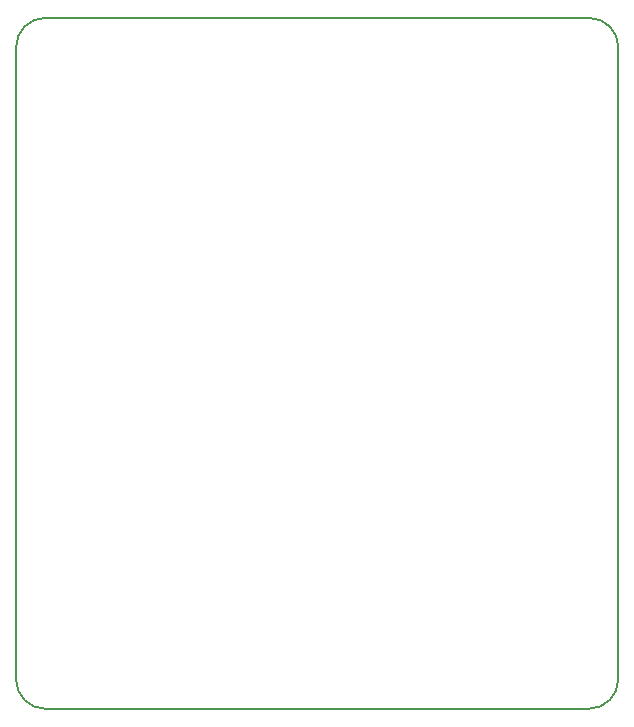
<source format=gm1>
G04 #@! TF.GenerationSoftware,KiCad,Pcbnew,(2018-02-15 revision 29b28de31)-makepkg*
G04 #@! TF.CreationDate,2019-12-21T00:19:12+11:00*
G04 #@! TF.ProjectId,Tph_Synth_Featherwing,5470685F53796E74685F466561746865,rev?*
G04 #@! TF.SameCoordinates,Original*
G04 #@! TF.FileFunction,Profile,NP*
%FSLAX46Y46*%
G04 Gerber Fmt 4.6, Leading zero omitted, Abs format (unit mm)*
G04 Created by KiCad (PCBNEW (2018-02-15 revision 29b28de31)-makepkg) date 12/21/19 00:19:12*
%MOMM*%
%LPD*%
G01*
G04 APERTURE LIST*
%ADD10C,0.150000*%
G04 APERTURE END LIST*
D10*
X87000000Y-80500000D02*
G75*
G02X89500000Y-78000000I2500000J0D01*
G01*
X135500000Y-78000000D02*
G75*
G02X138000000Y-80500000I0J-2500000D01*
G01*
X138000000Y-134000000D02*
G75*
G02X135500000Y-136500000I-2500000J0D01*
G01*
X89500000Y-136500000D02*
G75*
G02X87000000Y-134000000I0J2500000D01*
G01*
X135500000Y-136500000D02*
X89500000Y-136500000D01*
X138000000Y-80500000D02*
X138000000Y-134000000D01*
X89500000Y-78000000D02*
X135500000Y-78000000D01*
X87000000Y-134000000D02*
X87000000Y-80500000D01*
M02*

</source>
